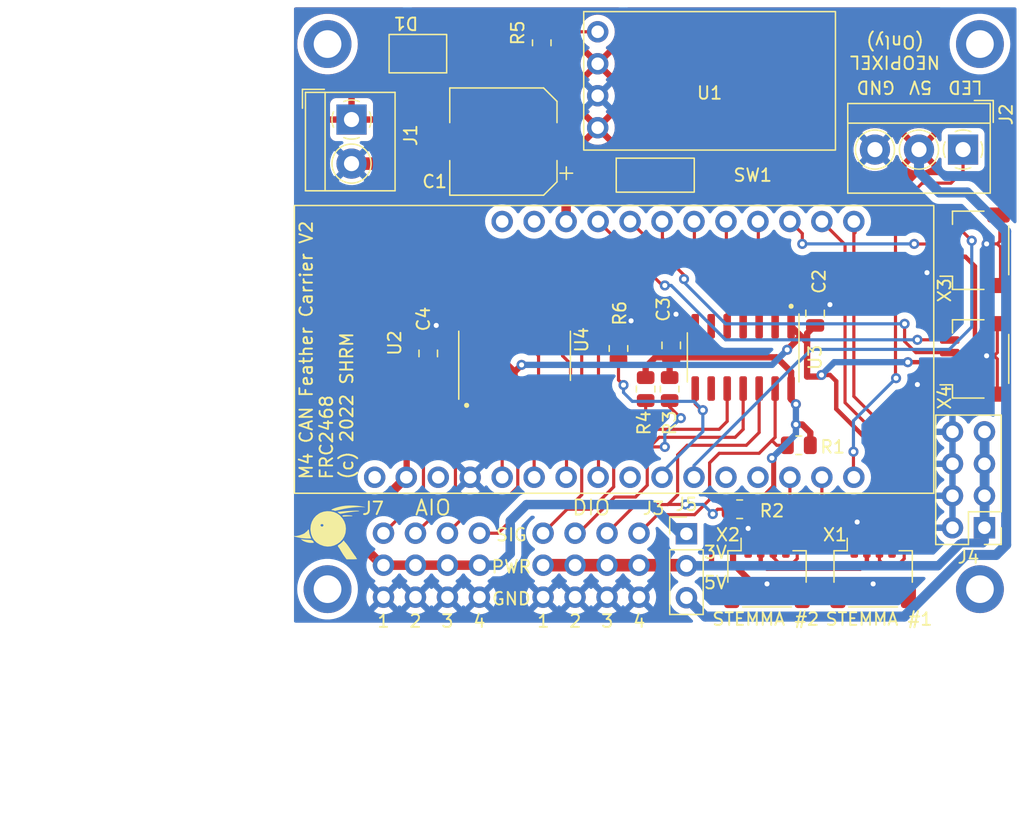
<source format=kicad_pcb>
(kicad_pcb (version 20211014) (generator pcbnew)
  (layers (0 "F.Cu" signal) (31 "B.Cu" signal) (34 "B.Paste" user) (35 "F.Paste" user) (36 "B.SilkS" user "B.Silkscreen") (37 "F.SilkS" user "F.Silkscreen") (38 "B.Mask" user) (39 "F.Mask" user) (44 "Edge.Cuts" user))
  (net 0 "")
  (net 1 "GND")
  (net 2 "/NEOPIXEL")
  (net 3 "+5V")
  (net 4 "+3.3V")
  (net 5 "/SDA")
  (net 6 "/SCL")
  (net 7 "/SDA_1")
  (net 8 "/SCL_1")
  (net 9 "/A0")
  (net 10 "/A1")
  (net 11 "/A2")
  (net 12 "/A3")
  (net 13 "Net-(J3-Pad1)")
  (net 17 "/LS_OE")
  (net 18 "/SCL_2")
  (net 21 "/SDA_2")
  (net 22 "/SDA_3")
  (net 23 "/SCL_3")
  (net 24 "/DIO0")
  (net 25 "/DIO1")
  (net 26 "/DIO2")
  (net 27 "/DIO3")
  (net 32 "Net-(J3-Pad4)")
  (net 33 "Net-(J3-Pad7)")
  (net 34 "Net-(J3-Pad10)")
  (net 35 "Net-(J7-Pad1)")
  (net 36 "Net-(J7-Pad4)")
  (net 37 "Net-(J7-Pad7)")
  (net 38 "Net-(J7-Pad10)")
  (net 39 "Net-(R5-Pad2)")
  (net 40 "Net-(SW1-Pad1)")
  (net 41 "+12V")
  (net 42 "+BATT")
  (net 46 "VDD")
  (footprint "Connector_JST:JST_SH_SM04B-SRSS-TB_1x04-1MP_P1.00mm_Horizontal" (layer "F.Cu") (at 134.62 82.296 90)
    (fp_text reference "X3")
    (fp_text value "STEMMA_I2C_QT" hide)
  )
  (footprint "Connector_PinHeader_2.54mm:PinHeader_1x03_P2.54mm_Vertical" (layer "F.Cu") (at 111.7 104.82)
    (fp_text reference "J5")
    (fp_text value "Conn_01x03" hide)
  )
  (footprint "Capacitor_SMD:CP_Elec_8x10" (layer "F.Cu") (at 97.155 73.66 180)
    (fp_text reference "C1")
    (fp_text value "10u" hide)
  )
  (footprint "MountingHole:MountingHole_2.2mm_M2_DIN965_Pad" (layer "F.Cu") (at 135.017 109.22)
    (fp_text reference "H1" hide)
    (fp_text value "MountingHole_Pad" hide)
  )
  (footprint "TerminalBlock_4Ucon:TerminalBlock_4Ucon_1x03_P3.50mm_Horizontal" (layer "F.Cu") (at 133.675 74.295 180)
    (fp_text reference "J2")
    (fp_text value "Screw_Terminal_01x03" hide)
  )
  (footprint "Appreciate:DO-216" (layer "F.Cu") (at 89.346 66.675 180)
    (fp_text reference "D1")
    (fp_text value "UPR20e3" hide)
  )
  (footprint "MountingHole:MountingHole_2.2mm_M2_DIN965_Pad" (layer "F.Cu") (at 83.185 65.913)
    (fp_text reference "H2" hide)
    (fp_text value "MountingHole_Pad" hide)
  )
  (footprint "Connector_JST:JST_SH_SM04B-SRSS-TB_1x04-1MP_P1.00mm_Horizontal" (layer "F.Cu") (at 118.1 107.95)
    (fp_text reference "X2")
    (fp_text value "STEMMA_I2C_QT" hide)
  )
  (footprint "Capacitor_SMD:C_0805_2012Metric" (layer "F.Cu") (at 91.186 90.49 90)
    (fp_text reference "C4")
    (fp_text value "0.1U" hide)
  )
  (footprint "MountingHole:MountingHole_2.2mm_M2_DIN965_Pad" (layer "F.Cu") (at 83.185 109.22)
    (fp_text reference "H4" hide)
    (fp_text value "MountingHole_Pad" hide)
  )
  (footprint "MountingHole:MountingHole_2.2mm_M2_DIN965_Pad" (layer "F.Cu") (at 135.017 65.913)
    (fp_text reference "H3" hide)
    (fp_text value "MountingHole_Pad" hide)
  )
  (footprint "Resistor_SMD:R_0805_2012Metric" (layer "F.Cu") (at 100.203 65.8095 90)
    (fp_text reference "R5")
    (fp_text value "5K" hide)
  )
  (footprint "Appreciate:Weewooday-820" (layer "F.Cu") (at 109.728 68.746)
    (fp_text reference "U1")
    (fp_text value "Weewooday-820" hide)
  )
  (footprint "Capacitor_SMD:C_0805_2012Metric" (layer "F.Cu") (at 110.49 89.85 90)
    (fp_text reference "C3")
    (fp_text value "0.1U" hide)
  )
  (footprint "Appreciate:conn_04x03" (layer "F.Cu") (at 105.39 112.395)
    (fp_text reference "J3")
    (fp_text value "conn_04_03" hide)
  )
  (footprint "Package_SO:SOIC-14_3.9x8.7mm_P1.27mm" (layer "F.Cu") (at 116.205 90.805 -90)
    (fp_text reference "U3")
    (fp_text value "TXB0104D" hide)
  )
  (footprint "Capacitor_SMD:C_0805_2012Metric" (layer "F.Cu") (at 121.92 87.315 90)
    (fp_text reference "C2")
    (fp_text value "0.1U" hide)
  )
  (footprint "Resistor_SMD:R_0805_2012Metric" (layer "F.Cu") (at 115.9275 102.87 180)
    (fp_text reference "R2")
    (fp_text value "5K" hide)
  )
  (footprint "LOGO" (layer "F.Cu") (at 83.6 104.6)
    (fp_text reference "G***" hide)
    (fp_text value "LOGO" hide)
  )
  (footprint "Connector_JST:JST_SH_SM04B-SRSS-TB_1x04-1MP_P1.00mm_Horizontal" (layer "F.Cu") (at 134.62 90.926 90)
    (fp_text reference "X4")
    (fp_text value "STEMMA_I2C_QT" hide)
  )
  (footprint "Appreciate:SPST-KJ01" (layer "F.Cu") (at 109.22 76.327)
    (fp_text reference "SW1")
    (fp_text value "SW_SPST" hide)
  )
  (footprint "Appreciate:conn_04x03" (layer "F.Cu") (at 92.71 112.395)
    (fp_text reference "J7")
    (fp_text value "conn_04_03" hide)
  )
  (footprint "Resistor_SMD:R_0805_2012Metric" (layer "F.Cu") (at 108.458 93.3215 -90)
    (fp_text reference "R4")
    (fp_text value "5K" hide)
  )
  (footprint "Resistor_SMD:R_0805_2012Metric" (layer "F.Cu") (at 110.363 93.3215 -90)
    (fp_text reference "R3")
    (fp_text value "5K" hide)
  )
  (footprint "TerminalBlock_4Ucon:TerminalBlock_4Ucon_1x02_P3.50mm_Horizontal" (layer "F.Cu") (at 85.09 71.91 -90)
    (fp_text reference "J1")
    (fp_text value "Screw_Terminal_01x02" hide)
  )
  (footprint "Package_SO:SOIC-14_3.9x8.7mm_P1.27mm" (layer "F.Cu") (at 98.044 90.678 90)
    (fp_text reference "U4")
    (fp_text value "LM324" hide)
  )
  (footprint "Appreciate:Feather_M4_CAN_Express" (layer "F.Cu") (at 131.35 101.6 90)
    (fp_text reference "U2")
    (fp_text value "Feather_M4_CAN_Express" hide)
  )
  (footprint "Connector_JST:JST_SH_SM04B-SRSS-TB_1x04-1MP_P1.00mm_Horizontal" (layer "F.Cu") (at 126.533 107.95)
    (fp_text reference "X1")
    (fp_text value "STEMMA_I2C_QT" hide)
  )
  (footprint "Resistor_SMD:R_0805_2012Metric" (layer "F.Cu") (at 120.6265 97.79 180)
    (fp_text reference "R1")
    (fp_text value "5K" hide)
  )
  (footprint "Resistor_SMD:R_0805_2012Metric" (layer "F.Cu") (at 106.3 90.1 90)
    (fp_text reference "R6")
    (fp_text value "5K" hide)
  )
  (footprint "Connector_PinHeader_2.54mm:PinHeader_2x04_P2.54mm_Vertical" (layer "F.Cu") (at 135.375 104.34 180)
    (fp_text reference "J4")
    (fp_text value "Conn_02x04_Odd_Even" hide)
  )
  (gr_circle (center 94.234 94.615) (end 94.361 94.615) (layer "F.SilkS") (width 0.15) (fill solid))
  (gr_circle (center 120.015 86.741) (end 120.142 86.741) (layer "F.SilkS") (width 0.15) (fill solid))
  (gr_rect (start 80.01 62.486) (end 138.43 112.651) (layer "Edge.Cuts") (width 0.001) (fill none))
  (gr_text "M4 CAN Feather Carrier V2\nFRC2468\n(c) 2022 SHRM\n" (at 83.1 100.584 90) (layer "F.SilkS") (effects (font (size 1 1)) (justify left)))
  (gr_text "5V" (at 130.302 69.342 180) (layer "F.SilkS") (effects (font (size 1 1))))
  (gr_text "1" (at 87.63 111.76) (layer "F.SilkS") (effects (font (size 1 1))))
  (gr_text "AIO" (at 91.567 102.743) (layer "F.SilkS") (effects (font (size 1.2 1.2))))
  (gr_text "DIO" (at 104.14 102.743) (layer "F.SilkS") (effects (font (size 1.2 1.2))))
  (gr_text "3" (at 92.71 111.76) (layer "F.SilkS") (effects (font (size 1 1))))
  (gr_text "STEMMA #2" (at 118 111.6) (layer "F.SilkS") (effects (font (size 1 1))))
  (gr_text "5V" (at 114 108.7) (layer "F.SilkS") (effects (font (size 1 1))))
  (gr_text "NEOPIXEL\n(Only)" (at 128.27 66.548 180) (layer "F.SilkS") (effects (font (size 1 1))))
  (gr_text "1" (at 100.33 111.76) (layer "F.SilkS") (effects (font (size 1 1))))
  (gr_text "STEMMA #1" (at 127 111.6) (layer "F.SilkS") (effects (font (size 1 1))))
  (gr_text "3" (at 105.41 111.76) (layer "F.SilkS") (effects (font (size 1 1))))
  (gr_text "GND" (at 126.746 69.342 180) (layer "F.SilkS") (effects (font (size 1 1))))
  (gr_text "2" (at 102.87 111.76) (layer "F.SilkS") (effects (font (size 1 1))))
  (gr_text "3V" (at 114 106.3) (layer "F.SilkS") (effects (font (size 1 1))))
  (gr_text "2" (at 90.17 111.76) (layer "F.SilkS") (effects (font (size 1 1))))
  (gr_text "PWR" (at 97.79 107.442) (layer "F.SilkS") (effects (font (size 1 1))))
  (gr_text "LED" (at 133.858 69.342 180) (layer "F.SilkS") (effects (font (size 1 1))))
  (gr_text "4" (at 95.25 111.76) (layer "F.SilkS") (effects (font (size 1 1))))
  (gr_text "SIG" (at 97.79 104.902) (layer "F.SilkS") (effects (font (size 1 1))))
  (gr_text "4" (at 107.95 111.76) (layer "F.SilkS") (effects (font (size 1 1))))
  (gr_text "GND" (at 97.79 109.982) (layer "F.SilkS") (effects (font (size 1 1))))
  (segment (start 121.92 86.365) (end 122.8515 86.365) (width 0.25) (layer "F.Cu") (net 1))
  (segment (start 136.144 90.678) (end 136.398 90.424) (width 0.25) (layer "F.Cu") (net 1))
  (segment (start 136.398 90.424) (end 136.398 88.223) (width 0.25) (layer "F.Cu") (net 1))
  (segment (start 136.398 81.788) (end 135.546 81.788) (width 0.25) (layer "F.Cu") (net 1))
  (segment (start 126.559 109.5) (end 126.559 108.826) (width 0.25) (layer "F.Cu") (net 1))
  (segment (start 97.79 89.662) (end 91.186 89.662) (width 0.35) (layer "F.Cu") (net 1))
  (segment (start 115.4 105.3) (end 115.4 107.2) (width 0.5) (layer "F.Cu") (net 1))
  (segment (start 91.821 88.265) (end 91.821 88.905) (width 0.35) (layer "F.Cu") (net 1))
  (segment (start 98.044 88.203) (end 98.044 88.579751) (width 0.25) (layer "F.Cu") (net 1))
  (segment (start 136.6 79.3) (end 136.6 81.586) (width 0.25) (layer "F.Cu") (net 1))
  (segment (start 116.6 104.394) (end 116.306 104.394) (width 0.5) (layer "F.Cu") (net 1))
  (segment (start 120.9 109.825) (end 118.451 109.825) (width 0.25) (layer "F.Cu") (net 1))
  (segment (start 126.5 109.5) (end 126.559 109.5) (width 0.25) (layer "F.Cu") (net 1))
  (segment (start 115.4 107.2) (end 117 108.8) (width 0.5) (layer "F.Cu") (net 1))
  (segment (start 132.62 92.426) (end 130.586 92.426) (width 0.25) (layer "F.Cu") (net 1))
  (segment (start 136.6 81.586) (end 136.398 81.788) (width 0.25) (layer "F.Cu") (net 1))
  (segment (start 98.044 89.154) (end 97.79 89.662) (width 0.35) (layer "F.Cu") (net 1))
  (segment (start 110.49 88.9) (end 111.825 88.9) (width 0.25) (layer "F.Cu") (net 1))
  (segment (start 110.49 87.757) (end 110.871 87.376) (width 0.25) (layer "F.Cu") (net 1))
  (segment (start 136.144 90.678) (end 136.398 90.932) (width 0.25) (layer "F.Cu") (net 1))
  (segment (start 131.088 83.796) (end 130.81 84.074) (width 0.25) (layer "F.Cu") (net 1))
  (segment (start 116.306 104.394) (end 115.4 105.3) (width 0.5) (layer "F.Cu") (net 1))
  (segment (start 126.559 108.826) (end 126.533 108.8) (width 0.25) (layer "F.Cu") (net 1))
  (segment (start 111.825 88.9) (end 112.395 88.33) (width 0.25) (layer "F.Cu") (net 1))
  (segment (start 91.821 88.905) (end 91.186 89.54) (width 0.35) (layer "F.Cu") (net 1))
  (segment (start 106.3 88.9) (end 107.3 87.9) (width 0.25) (layer "F.Cu") (net 1))
  (segment (start 92.155 75.41) (end 93.905 73.66) (width 1) (layer "F.Cu") (net 1))
  (segment (start 136.398 93.629) (end 136.495 93.726) (width 0.25) (layer "F.Cu") (net 1))
  (segment (start 130.586 92.426) (end 130.048 92.964) (width 0.25) (layer "F.Cu") (net 1))
  (segment (start 129.333 109.825) (end 126.884 109.825) (width 0.25) (layer "F.Cu") (net 1))
  (segment (start 136.144 90.678) (end 135.546 90.678) (width 0.25) (layer "F.Cu") (net 1))
  (segment (start 106.3 89.1875) (end 106.3 88.9) (width 0.25) (layer "F.Cu") (net 1))
  (segment (start 136.652 82.042) (end 136.398 81.788) (width 0.25) (layer "F.Cu") (net 1))
  (segment (start 118.451 109.825) (end 118.1 109.474) (width 0.25) (layer "F.Cu") (net 1))
  (segment (start 85.09 75.41) (end 92.155 75.41) (width 1) (layer "F.Cu") (net 1))
  (segment (start 117 108.8) (end 118.1 108.8) (width 0.5) (layer "F.Cu") (net 1))
  (segment (start 116.6 105.95) (end 116.6 104.394) (width 0.25) (layer "F.Cu") (net 1))
  (segment (start 123.733 109.825) (end 126.182 109.825) (width 0.25) (layer "F.Cu") (net 1))
  (segment (start 136.398 90.932) (end 136.398 93.629) (width 0.25) (layer "F.Cu") (net 1))
  (segment (start 115.3 109.825) (end 117.749 109.825) (width 0.25) (layer "F.Cu") (net 1))
  (segment (start 126.182 109.818) (end 126.5 109.5) (width 0.25) (layer "F.Cu") (net 1))
  (segment (start 132.62 83.796) (end 131.088 83.796) (width 0.25) (layer "F.Cu") (net 1))
  (segment (start 122.8515 86.365) (end 123.1005 86.614) (width 0.25) (layer "F.Cu") (net 1))
  (segment (start 98.044 88.579751) (end 98.044 89.154) (width 0.35) (layer "F.Cu") (net 1))
  (segment (start 110.49 88.9) (end 110.49 87.757) (width 0.25) (layer "F.Cu") (net 1))
  (segment (start 136.398 88.223) (end 136.495 88.126) (width 0.25) (layer "F.Cu") (net 1))
  (segment (start 117.749 109.825) (end 118.1 109.474) (width 0.25) (layer "F.Cu") (net 1))
  (segment (start 126.559 109.5) (end 126.884 109.825) (width 0.25) (layer "F.Cu") (net 1))
  (segment (start 118.1 109.474) (end 118.1 108.8) (width 0.25) (layer "F.Cu") (net 1))
  (segment (start 125.033 105.95) (end 125.033 104.116) (width 0.25) (layer "F.Cu") (net 1))
  (segment (start 136.652 84.848) (end 136.652 82.042) (width 0.25) (layer "F.Cu") (net 1))
  (segment (start 126.182 109.825) (end 126.182 109.818) (width 0.25) (layer "F.Cu") (net 1))
  (via (at 135.546 90.678) (size 0.8) (drill 0.4) (layers "F.Cu" "B.Cu") (net 1))
  (via (at 130.81 84.074) (size 0.8) (drill 0.4) (layers "F.Cu" "B.Cu") (net 1))
  (via (at 110.871 87.376) (size 0.8) (drill 0.4) (layers "F.Cu" "B.Cu") (net 1))
  (via (at 123.1005 86.614) (size 0.8) (drill 0.4) (layers "F.Cu" "B.Cu") (net 1))
  (via (at 130.048 92.964) (size 0.8) (drill 0.4) (layers "F.Cu" "B.Cu") (net 1))
  (via (at 135.546 81.788) (size 0.8) (drill 0.4) (layers "F.Cu" "B.Cu") (net 1))
  (via (at 126.533 108.8) (size 0.8) (drill 0.4) (layers "F.Cu" "B.Cu") (net 1))
  (via (at 107.3 87.9) (size 0.8) (drill 0.4) (layers "F.Cu" "B.Cu") (net 1))
  (via (at 91.821 88.265) (size 0.8) (drill 0.4) (layers "F.Cu" "B.Cu") (net 1))
  (via (at 118.1 108.8) (size 0.8) (drill 0.4) (layers "F.Cu" "B.Cu") (net 1))
  (via (at 116.6 104.394) (size 0.8) (drill 0.4) (layers "F.Cu" "B.Cu") (net 1))
  (via (at 125.263 103.886) (size 0.8) (drill 0.4) (layers "F.Cu" "B.Cu") (net 1))
  (segment (start 128.307 79.084) (end 130.429 76.962) (width 0.25) (layer "F.Cu") (net 2))
  (segment (start 124.968 98.298) (end 124.968 100.268) (width 0.25) (layer "F.Cu") (net 2))
  (segment (start 130.429 76.962) (end 132.715 76.962) (width 0.25) (layer "F.Cu") (net 2))
  (segment (start 132.715 76.962) (end 133.675 76.002) (width 0.25) (layer "F.Cu") (net 2))
  (segment (start 128.3535 92.456) (end 128.307 92.4095) (width 0.25) (layer "F.Cu") (net 2))
  (segment (start 133.675 76.002) (end 133.675 74.295) (width 0.25) (layer "F.Cu") (net 2))
  (segment (start 124.968 100.268) (end 125.03 100.33) (width 0.25) (layer "F.Cu") (net 2))
  (segment (start 128.307 92.4095) (end 128.307 79.084) (width 0.25) (layer "F.Cu") (net 2))
  (via (at 124.968 98.298) (size 0.8) (drill 0.4) (layers "F.Cu" "B.Cu") (net 2))
  (via (at 128.3535 92.456) (size 0.8) (drill 0.4) (layers "F.Cu" "B.Cu") (net 2))
  (segment (start 128.3535 92.456) (end 124.968 95.8415) (width 0.25) (layer "B.Cu") (net 2))
  (segment (start 124.968 98.044) (end 124.968 98.298) (width 0.25) (layer "B.Cu") (net 2))
  (segment (start 124.968 95.8415) (end 124.968 98.044) (width 0.25) (layer "B.Cu") (net 2))
  (segment (start 133.9 106.5) (end 136.3 106.5) (width 0.8) (layer "B.Cu") (net 3))
  (segment (start 137.1 105.7) (end 137.1 80.8) (width 0.8) (layer "B.Cu") (net 3))
  (segment (start 111.7 109.9) (end 113.2 111.4) (width 0.8) (layer "B.Cu") (net 3))
  (segment (start 136.3 106.5) (end 137.1 105.7) (width 0.8) (layer "B.Cu") (net 3))
  (segment (start 131.8 77.7) (end 130.175 76.075) (width 0.8) (layer "B.Cu") (net 3))
  (segment (start 134 77.7) (end 131.8 77.7) (width 0.8) (layer "B.Cu") (net 3))
  (segment (start 113.2 111.4) (end 129 111.4) (width 0.8) (layer "B.Cu") (net 3))
  (segment (start 130.175 76.075) (end 130.175 74.295) (width 0.8) (layer "B.Cu") (net 3))
  (segment (start 129 111.4) (end 133.9 106.5) (width 0.8) (layer "B.Cu") (net 3))
  (segment (start 137.1 80.8) (end 134 77.7) (width 0.8) (layer "B.Cu") (net 3))
  (segment (start 121.285 92.329) (end 121.285 89.6) (width 0.5) (layer "F.Cu") (net 4))
  (segment (start 117.6 107.1) (end 118.1 107.6) (width 0.35) (layer "F.Cu") (net 4))
  (segment (start 91.186 91.44) (end 92.456 90.551) (width 0.5) (layer "F.Cu") (net 4))
  (segment (start 123.6 92.7) (end 123.102 92.202) (width 0.35) (layer "F.Cu") (net 4))
  (segment (start 85.725 105.537) (end 85.725 104.045) (width 0.75) (layer "F.Cu") (net 4))
  (segment (start 89.47 100.33) (end 89.47 97.22) (width 0.5) (layer "F.Cu") (net 4))
  (segment (start 92.456 90.551) (end 96.647 90.551) (width 0.5) (layer "F.Cu") (net 4))
  (segment (start 123.102 92.202) (end 122.428 92.202) (width 0.35) (layer "F.Cu") (net 4))
  (segment (start 98.052 91.948) (end 98.6 91.4) (width 0.5) (layer "F.Cu") (net 4))
  (segment (start 126.033 107.067) (end 126.033 105.95) (width 0.35) (layer "F.Cu") (net 4))
  (segment (start 121.285 89.6) (end 120.8925 89.2075) (width 0.5) (layer "F.Cu") (net 4))
  (segment (start 87.503 107.315) (end 85.725 105.537) (width 0.75) (layer "F.Cu") (net 4))
  (segment (start 96.647 90.551) (end 98.044 91.948) (width 0.5) (layer "F.Cu") (net 4))
  (segment (start 85.725 104.045) (end 89.44 100.33) (width 0.75) (layer "F.Cu") (net 4))
  (segment (start 126.8 98.1) (end 123.6 94.9) (width 0.35) (layer "F.Cu") (net 4))
  (segment (start 98.044 91.948) (end 98.044 93.153) (width 0.5) (layer "F.Cu") (net 4))
  (segment (start 131.507 91.426) (end 131.267 91.186) (width 0.35) (layer "F.Cu") (net 4))
  (segment (start 125.5 107.6) (end 126.033 107.067) (width 0.35) (layer "F.Cu") (net 4))
  (segment (start 89.47 97.22) (end 89.535 93.218) (width 0.5) (layer "F.Cu") (net 4))
  (segment (start 122.301 92.329) (end 122.428 92.202) (width 0.5) (layer "F.Cu") (net 4))
  (segment (start 126.033 105.95) (end 126.033 104.467) (width 0.35) (layer "F.Cu") (net 4))
  (segment (start 98.044 91.948) (end 98.052 91.948) (width 0.5) (layer "F.Cu") (net 4))
  (segment (start 117.6 105.95) (end 117.6 107.1) (width 0.35) (layer "F.Cu") (net 4))
  (segment (start 95.25 107.315) (end 87.63 107.315) (width 0.75) (layer "F.Cu") (net 4))
  (segment (start 134.112 91.44) (end 132.634 91.44) (width 0.35) (layer "F.Cu") (net 4))
  (segment (start 132.634 91.44) (end 132.62 91.426) (width 0.25) (layer "F.Cu") (net 4))
  (segment (start 120.6925 89.2075) (end 120.8925 89.2075) (width 0.5) (layer "F.Cu") (net 4))
  (segment (start 89.535 93.218) (end 91.186 91.44) (width 0.5) (layer "F.Cu") (net 4))
  (segment (start 131.267 91.186) (end 129.286 91.186) (width 0.35) (layer "F.Cu") (net 4))
  (segment (start 121.285 89.6) (end 121.285 88.9) (width 0.5) (layer "F.Cu") (net 4))
  (segment (start 121.285 92.329) (end 122.301 92.329) (width 0.5) (layer "F.Cu") (net 4))
  (segment (start 120.8925 89.2075) (end 120.015 88.33) (width 0.5) (layer "F.Cu") (net 4))
  (segment (start 134.62 90.932) (end 134.112 91.44) (width 0.35) (layer "F.Cu") (net 4))
  (segment (start 87.63 107.315) (end 87.503 107.315) (width 0.5) (layer "F.Cu") (net 4))
  (segment (start 118.1 107.6) (end 125.5 107.6) (width 0.35) (layer "F.Cu") (net 4))
  (segment (start 123.6 94.9) (end 123.6 92.7) (width 0.35) (layer "F.Cu") (net 4))
  (segment (start 126.8 103.7) (end 126.8 98.1) (width 0.35) (layer "F.Cu") (net 4))
  (segment (start 131.507 91.426) (end 132.62 91.426) (width 0.35) (layer "F.Cu") (net 4))
  (segment (start 121.285 88.9) (end 121.92 88.265) (width 0.5) (layer "F.Cu") (net 4))
  (segment (start 119.7 90.2) (end 120.6925 89.2075) (width 0.5) (layer "F.Cu") (net 4))
  (segment (start 134.62 83.566) (end 134.62 90.932) (width 0.35) (layer "F.Cu") (net 4))
  (segment (start 126.033 104.467) (end 126.8 103.7) (width 0.35) (layer "F.Cu") (net 4))
  (segment (start 132.62 82.804) (end 133.856 82.804) (width 0.35) (layer "F.Cu") (net 4))
  (segment (start 133.858 82.804) (end 134.62 83.566) (width 0.35) (layer "F.Cu") (net 4))
  (via (at 129.286 91.186) (size 0.8) (drill 0.4) (layers "F.Cu" "B.Cu") (net 4))
  (via (at 119.7 90.2) (size 0.8) (drill 0.4) (layers "F.Cu" "B.Cu") (net 4))
  (via (at 122.428 92.202) (size 0.8) (drill 0.4) (layers "F.Cu" "B.Cu") (net 4))
  (via (at 98.6 91.4) (size 0.8) (drill 0.4) (layers "F.Cu" "B.Cu") (net 4))
  (segment (start 97.7 103.8) (end 97.7 106.4) (width 0.75) (layer "B.Cu") (net 4))
  (segment (start 96.785 107.315) (end 95.25 107.315) (width 0.75) (layer "B.Cu") (net 4))
  (segment (start 123.444 91.186) (end 129.286 91.186) (width 0.5) (layer "B.Cu") (net 4))
  (segment (start 118.5 91.4) (end 119.7 90.2) (width 0.5) (layer "B.Cu") (net 4))
  (segment (start 111.7 104.82) (end 111.22 104.82) (width 0.25) (layer "B.Cu") (net 4))
  (segment (start 108.9 102.5) (end 99 102.5) (width 0.75) (layer "B.Cu") (net 4))
  (segment (start 99 102.5) (end 97.7 103.8) (width 0.75) (layer "B.Cu") (net 4))
  (segment (start 97.7 106.4) (end 96.785 107.315) (width 0.75) (layer "B.Cu") (net 4))
  (segment (start 122.428 92.202) (end 123.444 91.186) (width 0.5) (layer "B.Cu") (net 4))
  (segment (start 111.22 104.82) (end 108.9 102.5) (width 0.75) (layer "B.Cu") (net 4))
  (segment (start 98.6 91.4) (end 118.5 91.4) (width 0.5) (layer "B.Cu") (net 4))
  (segment (start 125 93.9) (end 125 80.01) (width 0.25) (layer "F.Cu") (net 5))
  (segment (start 125.03 80.834) (end 125.095 80.899) (width 0.25) (layer "F.Cu") (net 5))
  (segment (start 127.033 105.95) (end 127.033 106.933) (width 0.25) (layer "F.Cu") (net 5))
  (segment (start 129 106.8) (end 129 97.9) (width 0.25) (layer "F.Cu") (net 5))
  (segment (start 129 97.9) (end 125 93.9) (width 0.25) (layer "F.Cu") (net 5))
  (segment (start 127.3 107.2) (end 128.6 107.2) (width 0.25) (layer "F.Cu") (net 5))
  (segment (start 127.033 106.933) (end 127.3 107.2) (width 0.25) (layer "F.Cu") (net 5))
  (segment (start 125.095 80.741) (end 125.095 80.899) (width 0.25) (layer "F.Cu") (net 5))
  (segment (start 125.03 80.01) (end 125.03 80.834) (width 0.25) (layer "F.Cu") (net 5))
  (segment (start 128.6 107.2) (end 129 106.8) (width 0.25) (layer "F.Cu") (net 5))
  (segment (start 128.033 98.133) (end 128.033 105.95) (width 0.25) (layer "F.Cu") (net 6))
  (segment (start 124.3 81.85) (end 124.3 94.4) (width 0.25) (layer "F.Cu") (net 6))
  (segment (start 122.46 80.01) (end 124.3 81.85) (width 0.25) (layer "F.Cu") (net 6))
  (segment (start 124.3 94.4) (end 128.033 98.133) (width 0.25) (layer "F.Cu") (net 6))
  (segment (start 120.5 104.1) (end 122.46 102.14) (width 0.25) (layer "F.Cu") (net 7))
  (segment (start 120.2 107.1) (end 120.5 106.8) (width 0.25) (layer "F.Cu") (net 7))
  (segment (start 119 107.1) (end 120.2 107.1) (width 0.25) (layer "F.Cu") (net 7))
  (segment (start 122.46 102.14) (end 122.46 100.33) (width 0.25) (layer "F.Cu") (net 7))
  (segment (start 120.5 106.8) (end 120.5 104.1) (width 0.25) (layer "F.Cu") (net 7))
  (segment (start 118.6 105.95) (end 118.6 106.7) (width 0.25) (layer "F.Cu") (net 7))
  (segment (start 118.6 106.7) (end 119 107.1) (width 0.25) (layer "F.Cu") (net 7))
  (segment (start 119.6 103.7) (end 119.6 105.95) (width 0.25) (layer "F.Cu") (net 8))
  (segment (start 119.92 103.38) (end 119.6 103.7) (width 0.25) (layer "F.Cu") (net 8))
  (segment (start 119.92 100.33) (end 119.92 103.38) (width 0.25) (layer "F.Cu") (net 8))
  (segment (start 94.234 95.885) (end 94.234 93.153) (width 0.25) (layer "F.Cu") (net 9))
  (segment (start 94.234 93.153) (end 95.504 93.153) (width 0.25) (layer "F.Cu") (net 9))
  (segment (start 97.06 100.33) (end 97.06 98.711) (width 0.25) (layer "F.Cu") (net 9))
  (segment (start 97.06 98.711) (end 94.234 95.885) (width 0.25) (layer "F.Cu") (net 9))
  (segment (start 100.584 96.52) (end 100.584 93.153) (width 0.25) (layer "F.Cu") (net 10))
  (segment (start 99.6 100.33) (end 99.6 97.504) (width 0.25) (layer "F.Cu") (net 10))
  (segment (start 99.6 97.504) (end 100.584 96.52) (width 0.25) (layer "F.Cu") (net 10))
  (segment (start 100.584 93.153) (end 101.854 93.153) (width 0.25) (layer "F.Cu") (net 10))
  (segment (start 101.854 90.678) (end 101.854 88.203) (width 0.25) (layer "F.Cu") (net 11))
  (segment (start 100.584 88.203) (end 101.854 88.203) (width 0.25) (layer "F.Cu") (net 11))
  (segment (start 102.489 91.313) (end 101.854 90.678) (width 0.25) (layer "F.Cu") (net 11))
  (segment (start 102.17 98.49) (end 102.489 98.171) (width 0.25) (layer "F.Cu") (net 11))
  (segment (start 102.489 98.171) (end 102.489 91.313) (width 0.25) (layer "F.Cu") (net 11))
  (segment (start 102.17 100.33) (end 102.17 98.49) (width 0.25) (layer "F.Cu") (net 11))
  (segment (start 94.234 88.203) (end 95.504 88.203) (width 0.25) (layer "F.Cu") (net 12))
  (segment (start 95.504 88.203) (end 95.504 86.614) (width 0.25) (layer "F.Cu") (net 12))
  (segment (start 95.504 86.614) (end 96.774 85.344) (width 0.25) (layer "F.Cu") (net 12))
  (segment (start 104.71 86.93) (end 104.71 100.33) (width 0.25) (layer "F.Cu") (net 12))
  (segment (start 103.124 85.344) (end 104.71 86.93) (width 0.25) (layer "F.Cu") (net 12))
  (segment (start 96.774 85.344) (end 103.124 85.344) (width 0.25) (layer "F.Cu") (net 12))
  (segment (start 102.215 102.87) (end 100.31 104.775) (width 0.25) (layer "F.Cu") (net 13))
  (segment (start 105.918 98.552) (end 105.918 101.092) (width 0.25) (layer "F.Cu") (net 13))
  (segment (start 108.458 94.234) (end 108.458 96.52) (width 0.25) (layer "F.Cu") (net 13))
  (segment (start 105.918 101.092) (end 104.14 102.87) (width 0.25) (layer "F.Cu") (net 13))
  (segment (start 114.3 96.52) (end 108.458 96.52) (width 0.25) (layer "F.Cu") (net 13))
  (segment (start 114.935 93.28) (end 114.935 95.885) (width 0.25) (layer "F.Cu") (net 13))
  (segment (start 108.458 96.52) (end 107.95 96.52) (width 0.25) (layer "F.Cu") (net 13))
  (segment (start 107.95 96.52) (end 105.918 98.552) (width 0.25) (layer "F.Cu") (net 13))
  (segment (start 104.14 102.87) (end 102.215 102.87) (width 0.25) (layer "F.Cu") (net 13))
  (segment (start 114.935 95.885) (end 114.3 96.52) (width 0.25) (layer "F.Cu") (net 13))
  (segment (start 113 95) (end 112.9 95) (width 0.25) (layer "F.Cu") (net 17))
  (segment (start 106.3 92.6) (end 106.7 93) (width 0.25) (layer "F.Cu") (net 17))
  (segment (start 112.9 95) (end 112.395 94.495) (width 0.25) (layer "F.Cu") (net 17))
  (segment (start 106.3 91.0125) (end 106.3 92.6) (width 0.25) (layer "F.Cu") (net 17))
  (segment (start 112.395 94.495) (end 112.395 93.28) (width 0.25) (layer "F.Cu") (net 17))
  (via (at 106.7 93) (size 0.8) (drill 0.4) (layers "F.Cu" "B.Cu") (net 17))
  (via (at 113 95) (size 0.8) (drill 0.4) (layers "F.Cu" "B.Cu") (net 17))
  (segment (start 112.3 94.3) (end 107.4 94.3) (width 0.25) (layer "B.Cu") (net 17))
  (segment (start 113 95) (end 112.3 94.3) (width 0.25) (layer "B.Cu") (net 17))
  (segment (start 109.76 100.33) (end 109.76 99.94) (width 0.25) (layer "B.Cu") (net 17))
  (segment (start 109.76 99.94) (end 113 96.7) (width 0.25) (layer "B.Cu") (net 17))
  (segment (start 113 96.7) (end 113 95) (width 0.25) (layer "B.Cu") (net 17))
  (segment (start 107.4 94.3) (end 106.7 93.6) (width 0.25) (layer "B.Cu") (net 17))
  (segment (start 106.7 93.6) (end 106.7 93) (width 0.25) (layer "B.Cu") (net 17))
  (segment (start 133.628 80.796) (end 132.62 80.796) (width 0.25) (layer "F.Cu") (net 18))
  (segment (start 134.366 81.534) (end 133.628 80.796) (width 0.25) (layer "F.Cu") (net 18))
  (via (at 134.366 81.534) (size 0.8) (drill 0.4) (layers "F.Cu" "B.Cu") (net 18))
  (segment (start 121.63 90.17) (end 120.7 91.1) (width 0.25) (layer "B.Cu") (net 18))
  (segment (start 120.7 91.1) (end 120.6 91.1) (width 0.25) (layer "B.Cu") (net 18))
  (segment (start 134.366 81.534) (end 134.366 88.392) (width 0.25) (layer "B.Cu") (net 18))
  (segment (start 112.3 99.4) (end 112.3 100.33) (width 0.25) (layer "B.Cu") (net 18))
  (segment (start 120.6 91.1) (end 112.3 99.4) (width 0.25) (layer "B.Cu") (net 18))
  (segment (start 132.588 90.17) (end 121.63 90.17) (width 0.25) (layer "B.Cu") (net 18))
  (segment (start 134.366 88.392) (end 132.588 90.17) (width 0.25) (layer "B.Cu") (net 18))
  (segment (start 120.904 80.964) (end 119.95 80.01) (width 0.25) (layer "F.Cu") (net 21))
  (segment (start 132.62 81.796) (end 129.802 81.796) (width 0.25) (layer "F.Cu") (net 21))
  (segment (start 120.904 81.788) (end 120.904 80.964) (width 0.25) (layer "F.Cu") (net 21))
  (segment (start 129.802 81.796) (end 129.794 81.788) (width 0.25) (layer "F.Cu") (net 21))
  (via (at 129.794 81.788) (size 0.8) (drill 0.4) (layers "F.Cu" "B.Cu") (net 21))
  (via (at 120.904 81.788) (size 0.8) (drill 0.4) (layers "F.Cu" "B.Cu") (net 21))
  (segment (start 129.794 81.788) (end 120.904 81.788) (width 0.25) (layer "B.Cu") (net 21))
  (segment (start 129.923 90.426) (end 129.032 89.535) (width 0.25) (layer "F.Cu") (net 22))
  (segment (start 129.032 89.535) (end 129.032 88.138) (width 0.25) (layer "F.Cu") (net 22))
  (segment (start 132.62 90.426) (end 129.923 90.426) (width 0.25) (layer "F.Cu") (net 22))
  (segment (start 111.506 84.266) (end 107.25 80.01) (width 0.25) (layer "F.Cu") (net 22))
  (segment (start 111.506 84.582) (end 111.506 84.266) (width 0.25) (layer "F.Cu") (net 22))
  (via (at 129.032 88.138) (size 0.8) (drill 0.4) (layers "F.Cu" "B.Cu") (net 22))
  (via (at 111.506 84.582) (size 0.8) (drill 0.4) (layers "F.Cu" "B.Cu") (net 22))
  (segment (start 129.032 88.138) (end 114.808 88.138) (width 0.25) (layer "B.Cu") (net 22))
  (segment (start 111.506 84.836) (end 111.506 84.582) (width 0.25) (layer "B.Cu") (net 22))
  (segment (start 111.506 84.836) (end 114.808 88.138) (width 0.25) (layer "B.Cu") (net 22))
  (segment (start 130.048 89.408) (end 132.602 89.408) (width 0.25) (layer "F.Cu") (net 23))
  (segment (start 104.71 80.01) (end 109.79 85.09) (width 0.25) (layer "F.Cu") (net 23))
  (segment (start 109.79 85.09) (end 109.982 85.09) (width 0.25) (layer "F.Cu") (net 23))
  (segment (start 132.602 89.408) (end 132.62 89.426) (width 0.25) (layer "F.Cu") (net 23))
  (via (at 109.982 85.09) (size 0.8) (drill 0.4) (layers "F.Cu" "B.Cu") (net 23))
  (via (at 130.048 89.408) (size 0.8) (drill 0.4) (layers "F.Cu" "B.Cu") (net 23))
  (segment (start 114.808 89.408) (end 130.048 89.408) (width 0.25) (layer "B.Cu") (net 23))
  (segment (start 109.982 85.09) (end 110.49 85.09) (width 0.25) (layer "B.Cu") (net 23))
  (segment (start 110.49 85.09) (end 114.808 89.408) (width 0.25) (layer "B.Cu") (net 23))
  (segment (start 118.745 88.33) (end 118.745 85.471) (width 0.25) (layer "F.Cu") (net 24))
  (segment (start 117.41 84.136) (end 117.41 80.01) (width 0.25) (layer "F.Cu") (net 24))
  (segment (start 118.745 85.471) (end 117.41 84.136) (width 0.25) (layer "F.Cu") (net 24))
  (segment (start 114.87 83.374) (end 114.87 80.01) (width 0.25) (layer "F.Cu") (net 25))
  (segment (start 117.602 88.203) (end 117.602 86.106) (width 0.25) (layer "F.Cu") (net 25))
  (segment (start 117.602 86.106) (end 114.87 83.374) (width 0.25) (layer "F.Cu") (net 25))
  (segment (start 117.475 88.33) (end 117.602 88.203) (width 0.25) (layer "F.Cu") (net 25))
  (segment (start 116.205 88.33) (end 116.205 86.233) (width 0.25) (layer "F.Cu") (net 26))
  (segment (start 116.205 86.233) (end 112.33 82.358) (width 0.25) (layer "F.Cu") (net 26))
  (segment (start 112.33 82.358) (end 112.33 80.01) (width 0.25) (layer "F.Cu") (net 26))
  (segment (start 109.79 81.342) (end 114.935 86.487) (width 0.25) (layer "F.Cu") (net 27))
  (segment (start 109.79 80.01) (end 109.79 81.342) (width 0.25) (layer "F.Cu") (net 27))
  (segment (start 114.935 86.487) (end 114.935 88.33) (width 0.25) (layer "F.Cu") (net 27))
  (segment (start 110.363 94.742) (end 111.252 95.631) (width 0.25) (layer "F.Cu") (net 32))
  (segment (start 108.585 98.1075) (end 108.585 100.965) (width 0.25) (layer "F.Cu") (net 32))
  (segment (start 109.5375 97.155) (end 108.87075 97.82175) (width 0.25) (layer "F.Cu") (net 32))
  (segment (start 109.982 97.917) (end 108.966 97.917) (width 0.25) (layer "F.Cu") (net 32))
  (segment (start 105.999 101.9) (end 103.124 104.775) (width 0.25) (layer "F.Cu") (net 32))
  (segment (start 103.124 104.775) (end 102.85 104.775) (width 0.25) (layer "F.Cu") (net 32))
  (segment (start 115.57 97.155) (end 109.5375 97.155) (width 0.25) (layer "F.Cu") (net 32))
  (segment (start 108.585 100.965) (end 107.65 101.9) (width 0.25) (layer "F.Cu") (net 32))
  (segment (start 116.205 93.28) (end 116.205 96.52) (width 0.25) (layer "F.Cu") (net 32))
  (segment (start 108.966 97.917) (end 108.87075 97.82175) (width 0.25) (layer "F.Cu") (net 32))
  (segment (start 110.363 94.234) (end 110.363 94.742) (width 0.25) (layer "F.Cu") (net 32))
  (segment (start 107.65 101.9) (end 105.999 101.9) (width 0.25) (layer "F.Cu") (net 32))
  (segment (start 116.205 96.52) (end 115.57 97.155) (width 0.25) (layer "F.Cu") (net 32))
  (segment (start 108.87075 97.82175) (end 108.585 98.1075) (width 0.25) (layer "F.Cu") (net 32))
  (via (at 111.252 95.631) (size 0.8) (drill 0.4) (layers "F.Cu" "B.Cu") (net 32))
  (via (at 109.982 97.917) (size 0.8) (drill 0.4) (layers "F.Cu" "B.Cu") (net 32))
  (segment (start 109.982 96.901) (end 109.982 97.917) (width 0.25) (layer "B.Cu") (net 32))
  (segment (start 111.252 95.631) (end 109.982 96.901) (width 0.25) (layer "B.Cu") (net 32))
  (segment (start 117.475 93.28) (end 117.475 96.774) (width 0.25) (layer "F.Cu") (net 33))
  (segment (start 110.225 102.5) (end 107.665 102.5) (width 0.25) (layer "F.Cu") (net 33))
  (segment (start 116.459 97.79) (end 111.76 97.79) (width 0.25) (layer "F.Cu") (net 33))
  (segment (start 110.363 102.489) (end 110.2995 102.4255) (width 0.25) (layer "F.Cu") (net 33))
  (segment (start 117.475 96.774) (end 116.459 97.79) (width 0.25) (layer "F.Cu") (net 33))
  (segment (start 111.76 97.79) (end 110.998 98.552) (width 0.25) (layer "F.Cu") (net 33))
  (segment (start 115.015 102.87) (end 114.173 102.87) (width 0.25) (layer "F.Cu") (net 33))
  (segment (start 107.665 102.5) (end 105.39 104.775) (width 0.25) (layer "F.Cu") (net 33))
  (segment (start 114.173 102.87) (end 113.792 103.251) (width 0.25) (layer "F.Cu") (net 33))
  (segment (start 111.633 102.489) (end 110.363 102.489) (width 0.25) (layer "F.Cu") (net 33))
  (segment (start 110.998 101.727) (end 110.2995 102.4255) (width 0.25) (layer "F.Cu") (net 33))
  (segment (start 110.998 98.552) (end 110.998 101.727) (width 0.25) (layer "F.Cu") (net 33))
  (segment (start 110.2995 102.4255) (end 110.225 102.5) (width 0.25) (layer "F.Cu") (net 33))
  (via (at 113.792 103.251) (size 0.8) (drill 0.4) (layers "F.Cu" "B.Cu") (net 33))
  (via (at 111.633 102.489) (size 0.8) (drill 0.4) (layers "F.Cu" "B.Cu") (net 33))
  (segment (start 113.03 102.489) (end 111.633 102.489) (width 0.25) (layer "B.Cu") (net 33))
  (segment (start 113.792 103.251) (end 113.03 102.489) (width 0.25) (layer "B.Cu") (net 33))
  (segment (start 112.346 103.3) (end 113.538 102.108) (width 0.25) (layer "F.Cu") (net 34))
  (segment (start 109.405 103.3) (end 112.346 103.3) (width 0.25) (layer "F.Cu") (net 34))
  (segment (start 114.3 98.425) (end 117.475 98.425) (width 0.25) (layer "F.Cu") (net 34))
  (segment (start 107.93 104.775) (end 109.405 103.3) (width 0.25) (layer "F.Cu") (net 34))
  (segment (start 117.475 98.425) (end 118.491 97.409) (width 0.25) (layer "F.Cu") (net 34))
  (segment (start 113.538 102.108) (end 113.538 99.187) (width 0.25) (layer "F.Cu") (net 34))
  (segment (start 119.714 97.79) (end 118.872 97.79) (width 0.25) (layer "F.Cu") (net 34))
  (segment (start 118.745 97.155) (end 118.745 93.28) (width 0.25) (layer "F.Cu") (net 34))
  (segment (start 118.491 97.409) (end 118.745 97.155) (width 0.25) (layer "F.Cu") (net 34))
  (segment (start 118.872 97.79) (end 118.491 97.409) (width 0.25) (layer "F.Cu") (net 34))
  (segment (start 113.538 99.187) (end 114.3 98.425) (width 0.25) (layer "F.Cu") (net 34))
  (segment (start 93.472 91.186) (end 96.012 91.186) (width 0.25) (layer "F.Cu") (net 35))
  (segment (start 96.774 91.948) (end 96.774 93.153) (width 0.25) (layer "F.Cu") (net 35))
  (segment (start 87.63 104.775) (end 90.805 101.6) (width 0.25) (layer "F.Cu") (net 35))
  (segment (start 90.805 93.853) (end 93.472 91.186) (width 0.25) (layer "F.Cu") (net 35))
  (segment (start 90.805 101.6) (end 90.805 93.853) (width 0.25) (layer "F.Cu") (net 35))
  (segment (start 96.012 91.186) (end 96.774 91.948) (width 0.25) (layer "F.Cu") (net 35))
  (segment (start 96.52 94.742) (end 96.139 94.361) (width 0.25) (layer "F.Cu") (net 36))
  (segment (start 99.06 94.742) (end 96.52 94.742) (width 0.25) (layer "F.Cu") (net 36))
  (segment (start 92.202 97.663) (end 93.345 98.806) (width 0.25) (layer "F.Cu") (net 36))
  (segment (start 99.314 93.153) (end 99.314 94.488) (width 0.25) (layer "F.Cu") (net 36))
  (segment (start 93.345 101.727) (end 90.17 104.775) (width 0.25) (layer "F.Cu") (net 36))
  (segment (start 95.700751 91.703) (end 93.717 91.703) (width 0.25) (layer "F.Cu") (net 36))
  (segment (start 96.139 92.141249) (end 95.700751 91.703) (width 0.25) (layer "F.Cu") (net 36))
  (segment (start 92.202 93.218) (end 92.202 97.663) (width 0.25) (layer "F.Cu") (net 36))
  (segment (start 96.139 94.361) (end 96.139 92.141249) (width 0.25) (layer "F.Cu") (net 36))
  (segment (start 93.345 98.806) (end 93.345 101.727) (width 0.25) (layer "F.Cu") (net 36))
  (segment (start 93.717 91.703) (end 92.202 93.218) (width 0.25) (layer "F.Cu") (net 36))
  (segment (start 99.314 94.488) (end 99.06 94.742) (width 0.25) (layer "F.Cu") (net 36))
  (segment (start 96.52 102.87) (end 98.298 101.092) (width 0.25) (layer "F.Cu") (net 37))
  (segment (start 98.298 101.092) (end 98.298 97.79) (width 0.25) (layer "F.Cu") (net 37))
  (segment (start 99.314 90.043) (end 99.314 88.203) (width 0.25) (layer "F.Cu") (net 37))
  (segment (start 99.949 90.678) (end 99.314 90.043) (width 0.25) (layer "F.Cu") (net 37))
  (segment (start 92.71 104.775) (end 94.615 102.87) (width 0.25) (layer "F.Cu") (net 37))
  (segment (start 94.615 102.87) (end 96.52 102.87) (width 0.25) (layer "F.Cu") (net 37))
  (segment (start 99.949 96.139) (end 99.949 90.678) (width 0.25) (layer "F.Cu") (net 37))
  (segment (start 98.298 97.79) (end 99.949 96.139) (width 0.25) (layer "F.Cu") (net 37))
  (segment (start 102.844718 102.260282) (end 99.239718 102.260282) (width 0.25) (layer "F.Cu") (net 38))
  (segment (start 103.378 86.614) (end 103.378 101.727) (width 0.25) (layer "F.Cu") (net 38))
  (segment (start 96.725 104.775) (end 95.25 104.775) (width 0.25) (layer "F.Cu") (net 38))
  (segment (start 99.239718 102.260282) (end 96.725 104.775) (width 0.25) (layer "F.Cu") (net 38))
  (segment (start 96.774 88.203) (end 96.774 86.487) (width 0.25) (layer "F.Cu") (net 38))
  (segment (start 103.378 101.727) (end 102.844718 102.260282) (width 0.25) (layer "F.Cu") (net 38))
  (segment (start 96.774 86.487) (end 97.155 86.106) (width 0.25) (layer "F.Cu") (net 38))
  (segment (start 97.155 86.106) (end 102.87 86.106) (width 0.25) (layer "F.Cu") (net 38))
  (segment (start 102.87 86.106) (end 103.378 86.614) (width 0.25) (layer "F.Cu") (net 38))
  (segment (start 100.242 64.936) (end 104.648 64.936) (width 0.25) (layer "F.Cu") (net 39))
  (segment (start 100.203 64.897) (end 100.242 64.936) (width 0.25) (layer "F.Cu") (net 39))
  (segment (start 102.14 78.657) (end 102.14 80.01) (width 0.75) (layer "F.Cu") (net 40))
  (segment (start 104.72 76.327) (end 104.47 76.327) (width 0.4) (layer "F.Cu") (net 40))
  (segment (start 104.47 76.327) (end 102.14 78.657) (width 0.75) (layer "F.Cu") (net 40))
  (segment (start 118.494 98.806) (end 118.491 98.806) (width 0.35) (layer "F.Cu") (net 46))
  (segment (start 120.015 94.1445) (end 120.396 94.5255) (width 0.5) (layer "F.Cu") (net 46))
  (segment (start 118.6 101.11) (end 116.84 102.87) (width 0.4) (layer "F.Cu") (net 46))
  (segment (start 113.7 104.8) (end 113.7 107) (width 0.4) (layer "F.Cu") (net 46))
  (segment (start 121.539 96.774) (end 121.539 97.79) (width 0.5) (layer "F.Cu") (net 46))
  (segment (start 113.7 107) (end 113.34 107.36) (width 0.4) (layer "F.Cu") (net 46))
  (segment (start 116.73 102.87) (end 115.3 104.3) (width 0.4) (layer "F.Cu") (net 46))
  (segment (start 115.3 104.3) (end 114.2 104.3) (width 0.4) (layer "F.Cu") (net 46))
  (segment (start 118.6 101.1) (end 118.6 101.11) (width 0.35) (layer "F.Cu") (net 46))
  (segment (start 120.396 96.139) (end 120.904 96.139) (width 0.5) (layer "F.Cu") (net 46))
  (segment (start 120.015 93.28) (end 120.015 94.1445) (width 0.5) (layer "F.Cu") (net 46))
  (segment (start 118.86 90.8) (end 110.49 90.8) (width 0.5) (layer "F.Cu") (net 46))
  (segment (start 114.2 104.3) (end 113.7 104.8) (width 0.4) (layer "F.Cu") (net 46))
  (segment (start 111.655 107.315) (end 100.31 107.315) (width 1) (layer "F.Cu") (net 46))
  (segment (start 116.84 102.87) (end 116.73 102.87) (width 0.25) (layer "F.Cu") (net 46))
  (segment (start 110.49 90.8) (end 109.225 90.8) (width 0.5) (layer "F.Cu") (net 46))
  (segment (start 111.7 107.36) (end 111.655 107.315) (width 1) (layer "F.Cu") (net 46))
  (segment (start 120.015 91.955) (end 118.86 90.8) (width 0.5) (layer "F.Cu") (net 46))
  (segment (start 120.015 93.28) (end 120.015 91.955) (width 0.5) (layer "F.Cu") (net 46))
  (segment (start 118.6 101.1) (end 118.63 101.07) (width 0.4) (layer "F.Cu") (net 46))
  (segment (start 120.904 96.139) (end 121.539 96.774) (width 0.5) (layer "F.Cu") (net 46))
  (segment (start 110.363 90.927) (end 110.49 90.8) (width 0.25) (layer "F.Cu") (net 46))
  (segment (start 109.225 90.8) (end 108.458 91.567) (width 0.5) (layer "F.Cu") (net 46))
  (segment (start 113.34 107.36) (end 111.7 107.36) (width 0.4) (layer "F.Cu") (net 46))
  (segment (start 110.363 92.409) (end 110.363 90.927) (width 0.5) (layer "F.Cu") (net 46))
  (segment (start 118.63 101.07) (end 118.63 99.045) (width 0.4) (layer "F.Cu") (net 46))
  (segment (start 108.458 91.567) (end 108.458 92.409) (width 0.5) (layer "F.Cu") (net 46))
  (via (at 120.396 96.139) (size 0.8) (drill 0.4) (layers "F.Cu" "B.Cu") (net 46))
  (via (at 118.491 98.806) (size 0.8) (drill 0.4) (layers "F.Cu" "B.Cu") (net 46))
  (via (at 120.396 94.5255) (size 0.8) (drill 0.4) (layers "F.Cu" "B.Cu") (net 46))
  (segment (start 135.25 105.55) (end 133.604899 105.55) (width 0.7) (layer "B.Cu") (net 46))
  (segment (start 111.7 107.36) (end 131.661142 107.36) (width 0.75) (layer "B.Cu") (net 46))
  (segment (start 120.396 94.5255) (end 120.396 96.139) (width 0.5) (layer "B.Cu") (net 46))
  (segment (start 135.375 105.425) (end 135.25 105.55) (width 0.7) (layer "B.Cu") (net 46))
  (segment (start 131.661142 107.36) (end 131.696498 107.36) (width 0.7) (layer "B.Cu") (net 46))
  (segment (start 135.4 96.72) (end 135.4 104.34) (width 0.75) (layer "B.Cu") (net 46))
  (segment (start 120.396 96.139) (end 120.396 96.901) (width 0.5) (layer "B.Cu") (net 46))
  (segment (start 120.396 96.901) (end 118.491 98.806) (width 0.5) (layer "B.Cu") (net 46))
  (segment (start 131.696498 107.36) (end 133.428249 105.628249) (width 0.7) (layer "B.Cu") (net 46))
  (segment (start 135.375 104.34) (end 135.375 105.425) (width 0.7) (layer "B.Cu") (net 46))
  (segment (start 135.375 97.244745) (end 135.375 104.34) (width 0.75) (layer "B.Cu") (net 46))
  (zone (net 41) (net_name "+12V") (layer "F.Cu") (connect_pads (clearance 0.508)) (min_thickness 0.254) (fill yes (thermal_gap 0.508) (thermal_bridge_width 0.508))
    (polygon (pts (xy 106.426 69.977) (xy 102.616 69.977) (xy 102.616 77.978) (xy 89.789 77.978) (xy 89.789 62.992) (xy 106.426 62.992)))
  )
  (zone (net 42) (net_name "+BATT") (layer "F.Cu") (connect_pads (clearance 0.508)) (min_thickness 0.254) (fill yes (thermal_gap 0.508) (thermal_bridge_width 0.508))
    (polygon (pts (xy 89.281 73.787) (xy 80.518 73.787) (xy 80.518 62.992) (xy 89.281 62.992)))
  )
  (zone (net 3) (net_name "+5V") (layer "F.Cu") (connect_pads (clearance 0.508)) (min_thickness 0.254) (fill yes (thermal_gap 0.508) (thermal_bridge_width 0.508))
    (polygon (pts (xy 132.08 78.105) (xy 103.251 78.105) (xy 103.251 70.612) (xy 106.934 70.612) (xy 106.934 62.992) (xy 131.953 62.992)))
  )
  (zone (net 1) (net_name "GND") (layer "B.Cu") (connect_pads (clearance 0.508)) (min_thickness 0.254) (fill yes (thermal_gap 0.508) (thermal_bridge_width 0.508))
    (polygon (pts (xy 137.922 111.887) (xy 80.518 111.887) (xy 80.518 62.992) (xy 137.922 62.992)))
  )
)
</source>
